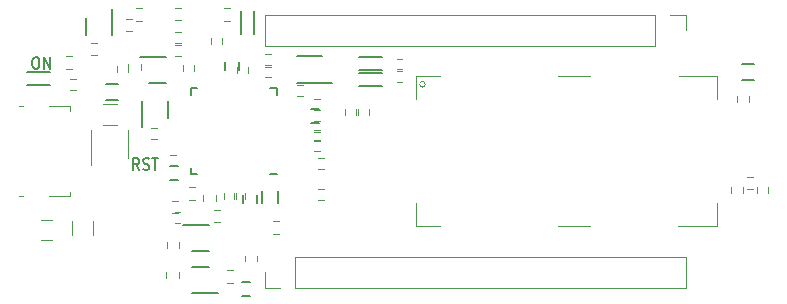
<source format=gto>
G04 #@! TF.GenerationSoftware,KiCad,Pcbnew,5.1.0-060a0da~80~ubuntu16.04.1*
G04 #@! TF.CreationDate,2019-04-04T13:00:51+02:00*
G04 #@! TF.ProjectId,k2,6b322e6b-6963-4616-945f-706362585858,RevPB*
G04 #@! TF.SameCoordinates,Original*
G04 #@! TF.FileFunction,Legend,Top*
G04 #@! TF.FilePolarity,Positive*
%FSLAX46Y46*%
G04 Gerber Fmt 4.6, Leading zero omitted, Abs format (unit mm)*
G04 Created by KiCad (PCBNEW 5.1.0-060a0da~80~ubuntu16.04.1) date 2019-04-04 13:00:51*
%MOMM*%
%LPD*%
G04 APERTURE LIST*
%ADD10C,0.200000*%
%ADD11C,0.150000*%
%ADD12C,0.050000*%
%ADD13C,0.120000*%
G04 APERTURE END LIST*
D10*
X110062857Y-86712380D02*
X110234285Y-86712380D01*
X110320000Y-86760000D01*
X110405714Y-86855238D01*
X110448571Y-87045714D01*
X110448571Y-87379047D01*
X110405714Y-87569523D01*
X110320000Y-87664761D01*
X110234285Y-87712380D01*
X110062857Y-87712380D01*
X109977142Y-87664761D01*
X109891428Y-87569523D01*
X109848571Y-87379047D01*
X109848571Y-87045714D01*
X109891428Y-86855238D01*
X109977142Y-86760000D01*
X110062857Y-86712380D01*
X110834285Y-87712380D02*
X110834285Y-86712380D01*
X111348571Y-87712380D01*
X111348571Y-86712380D01*
X118897142Y-96262380D02*
X118597142Y-95786190D01*
X118382857Y-96262380D02*
X118382857Y-95262380D01*
X118725714Y-95262380D01*
X118811428Y-95310000D01*
X118854285Y-95357619D01*
X118897142Y-95452857D01*
X118897142Y-95595714D01*
X118854285Y-95690952D01*
X118811428Y-95738571D01*
X118725714Y-95786190D01*
X118382857Y-95786190D01*
X119240000Y-96214761D02*
X119368571Y-96262380D01*
X119582857Y-96262380D01*
X119668571Y-96214761D01*
X119711428Y-96167142D01*
X119754285Y-96071904D01*
X119754285Y-95976666D01*
X119711428Y-95881428D01*
X119668571Y-95833809D01*
X119582857Y-95786190D01*
X119411428Y-95738571D01*
X119325714Y-95690952D01*
X119282857Y-95643333D01*
X119240000Y-95548095D01*
X119240000Y-95452857D01*
X119282857Y-95357619D01*
X119325714Y-95310000D01*
X119411428Y-95262380D01*
X119625714Y-95262380D01*
X119754285Y-95310000D01*
X120011428Y-95262380D02*
X120525714Y-95262380D01*
X120268571Y-96262380D02*
X120268571Y-95262380D01*
D11*
X134120000Y-92290000D02*
X133420000Y-92290000D01*
X133420000Y-91090000D02*
X134120000Y-91090000D01*
X127340000Y-87100000D02*
X127340000Y-87800000D01*
X126140000Y-87800000D02*
X126140000Y-87100000D01*
X127650000Y-99050000D02*
X127650000Y-98350000D01*
X128850000Y-98350000D02*
X128850000Y-99050000D01*
X121480000Y-95950000D02*
X122180000Y-95950000D01*
X122180000Y-97150000D02*
X121480000Y-97150000D01*
X128310000Y-106930000D02*
X127610000Y-106930000D01*
X127610000Y-105730000D02*
X128310000Y-105730000D01*
D12*
X142349200Y-90220400D02*
X142349200Y-88290000D01*
X142349200Y-88290000D02*
X144330400Y-88290000D01*
X142349200Y-99034200D02*
X142349200Y-100990000D01*
X142349200Y-100990000D02*
X144355800Y-100990000D01*
X154388800Y-88290000D02*
X157055800Y-88290000D01*
X154388800Y-100990000D02*
X157055800Y-100990000D01*
X167850800Y-100990000D02*
X167850800Y-99034200D01*
X164548800Y-100990000D02*
X167850800Y-100990000D01*
X167850800Y-88290000D02*
X164574200Y-88290000D01*
X167850800Y-90245800D02*
X167850800Y-88290000D01*
X143123566Y-89026600D02*
G75*
G03X143123566Y-89026600I-240966J0D01*
G01*
D13*
X129530000Y-83110000D02*
X129530000Y-85770000D01*
X162610000Y-83110000D02*
X129530000Y-83110000D01*
X162610000Y-85770000D02*
X129530000Y-85770000D01*
X162610000Y-83110000D02*
X162610000Y-85770000D01*
X163880000Y-83110000D02*
X165210000Y-83110000D01*
X165210000Y-83110000D02*
X165210000Y-84440000D01*
X165210000Y-106270000D02*
X165210000Y-103610000D01*
X132130000Y-106270000D02*
X165210000Y-106270000D01*
X132130000Y-103610000D02*
X165210000Y-103610000D01*
X132130000Y-106270000D02*
X132130000Y-103610000D01*
X130860000Y-106270000D02*
X129530000Y-106270000D01*
X129530000Y-106270000D02*
X129530000Y-104940000D01*
X111550000Y-100530000D02*
X110550000Y-100530000D01*
X110550000Y-102230000D02*
X111550000Y-102230000D01*
D11*
X169960000Y-87265000D02*
X170960000Y-87265000D01*
X170960000Y-88615000D02*
X169960000Y-88615000D01*
X117110000Y-90305000D02*
X116110000Y-90305000D01*
X116110000Y-88955000D02*
X117110000Y-88955000D01*
X130655000Y-98070000D02*
X130655000Y-99070000D01*
X129305000Y-99070000D02*
X129305000Y-98070000D01*
D13*
X115000000Y-100610000D02*
X115000000Y-101810000D01*
X113240000Y-101810000D02*
X113240000Y-100610000D01*
X115800000Y-90670000D02*
X117000000Y-90670000D01*
X117000000Y-92430000D02*
X115800000Y-92430000D01*
D11*
X123275000Y-96615000D02*
X123275000Y-96090000D01*
X130525000Y-89365000D02*
X130525000Y-89890000D01*
X123275000Y-89365000D02*
X123275000Y-89890000D01*
X130525000Y-96615000D02*
X130000000Y-96615000D01*
X130525000Y-89365000D02*
X130000000Y-89365000D01*
X123275000Y-89365000D02*
X123800000Y-89365000D01*
X123275000Y-96615000D02*
X123800000Y-96615000D01*
X134385000Y-86645000D02*
X132235000Y-86645000D01*
X135210000Y-88895000D02*
X132235000Y-88895000D01*
D13*
X113070000Y-98500000D02*
X113070000Y-98120000D01*
X109020000Y-98500000D02*
X108760000Y-98500000D01*
X113070000Y-98500000D02*
X111300000Y-98500000D01*
X113070000Y-90880000D02*
X113070000Y-91260000D01*
X111300000Y-90880000D02*
X113070000Y-90880000D01*
X108760000Y-90880000D02*
X109020000Y-90880000D01*
X129550000Y-87520000D02*
X130050000Y-87520000D01*
X130050000Y-86460000D02*
X129550000Y-86460000D01*
X129550000Y-88420000D02*
X130050000Y-88420000D01*
X130050000Y-87360000D02*
X129550000Y-87360000D01*
X130720000Y-100600000D02*
X130220000Y-100600000D01*
X130220000Y-101660000D02*
X130720000Y-101660000D01*
X126070000Y-83660000D02*
X126570000Y-83660000D01*
X126570000Y-82600000D02*
X126070000Y-82600000D01*
X122410000Y-82520000D02*
X121910000Y-82520000D01*
X121910000Y-83580000D02*
X122410000Y-83580000D01*
X121200000Y-104880000D02*
X121200000Y-105380000D01*
X122260000Y-105380000D02*
X122260000Y-104880000D01*
X124340000Y-98380000D02*
X124340000Y-98880000D01*
X125400000Y-98880000D02*
X125400000Y-98380000D01*
X123620000Y-97750000D02*
X123120000Y-97750000D01*
X123120000Y-98810000D02*
X123620000Y-98810000D01*
X121210000Y-102410000D02*
X121210000Y-102910000D01*
X122270000Y-102910000D02*
X122270000Y-102410000D01*
X121690000Y-99950000D02*
X122190000Y-99950000D01*
X122190000Y-98890000D02*
X121690000Y-98890000D01*
X125730000Y-99640000D02*
X125230000Y-99640000D01*
X125230000Y-100700000D02*
X125730000Y-100700000D01*
X128900000Y-104020000D02*
X128900000Y-103520000D01*
X127840000Y-103520000D02*
X127840000Y-104020000D01*
X126360000Y-105810000D02*
X126860000Y-105810000D01*
X126860000Y-104750000D02*
X126360000Y-104750000D01*
X113220000Y-86640000D02*
X112720000Y-86640000D01*
X112720000Y-87700000D02*
X113220000Y-87700000D01*
X117980000Y-87320000D02*
X117980000Y-87820000D01*
X119040000Y-87820000D02*
X119040000Y-87320000D01*
X114790000Y-86570000D02*
X115290000Y-86570000D01*
X115290000Y-85510000D02*
X114790000Y-85510000D01*
X136360000Y-91080000D02*
X136360000Y-91580000D01*
X137420000Y-91580000D02*
X137420000Y-91080000D01*
X138320000Y-91580000D02*
X138320000Y-91080000D01*
X137260000Y-91080000D02*
X137260000Y-91580000D01*
X118660000Y-83620000D02*
X119160000Y-83620000D01*
X119160000Y-82560000D02*
X118660000Y-82560000D01*
X117760000Y-84520000D02*
X118260000Y-84520000D01*
X118260000Y-83460000D02*
X117760000Y-83460000D01*
X122400000Y-84630000D02*
X121900000Y-84630000D01*
X121900000Y-85690000D02*
X122400000Y-85690000D01*
X121900000Y-86590000D02*
X122400000Y-86590000D01*
X122400000Y-85530000D02*
X121900000Y-85530000D01*
X169470000Y-90050000D02*
X169470000Y-90550000D01*
X170530000Y-90550000D02*
X170530000Y-90050000D01*
X141190000Y-86840000D02*
X140690000Y-86840000D01*
X140690000Y-87900000D02*
X141190000Y-87900000D01*
X141190000Y-87740000D02*
X140690000Y-87740000D01*
X140690000Y-88800000D02*
X141190000Y-88800000D01*
X121890000Y-100740000D02*
X122390000Y-100740000D01*
X122390000Y-99800000D02*
X121890000Y-99800000D01*
X121490000Y-95940000D02*
X121990000Y-95940000D01*
X121990000Y-95000000D02*
X121490000Y-95000000D01*
X120390000Y-92750000D02*
X119890000Y-92750000D01*
X119890000Y-93690000D02*
X120390000Y-93690000D01*
X127860000Y-98740000D02*
X127860000Y-98240000D01*
X126920000Y-98240000D02*
X126920000Y-98740000D01*
X127170000Y-87520000D02*
X127170000Y-88020000D01*
X128110000Y-88020000D02*
X128110000Y-87520000D01*
X126120000Y-98240000D02*
X126120000Y-98740000D01*
X127060000Y-98740000D02*
X127060000Y-98240000D01*
X123560000Y-87910000D02*
X123560000Y-87410000D01*
X122620000Y-87410000D02*
X122620000Y-87910000D01*
X134560000Y-95220000D02*
X134060000Y-95220000D01*
X134060000Y-96160000D02*
X134560000Y-96160000D01*
X134530000Y-97870000D02*
X134030000Y-97870000D01*
X134030000Y-98810000D02*
X134530000Y-98810000D01*
X134180000Y-92120000D02*
X133680000Y-92120000D01*
X133680000Y-93060000D02*
X134180000Y-93060000D01*
X134220000Y-90280000D02*
X133720000Y-90280000D01*
X133720000Y-91220000D02*
X134220000Y-91220000D01*
X134180000Y-93720000D02*
X133680000Y-93720000D01*
X133680000Y-94660000D02*
X134180000Y-94660000D01*
X134180000Y-92920000D02*
X133680000Y-92920000D01*
X133680000Y-93860000D02*
X134180000Y-93860000D01*
X125010000Y-85140000D02*
X125010000Y-85640000D01*
X125950000Y-85640000D02*
X125950000Y-85140000D01*
X132760000Y-89080000D02*
X132260000Y-89080000D01*
X132260000Y-90020000D02*
X132760000Y-90020000D01*
X113030000Y-89500000D02*
X113530000Y-89500000D01*
X113530000Y-88560000D02*
X113030000Y-88560000D01*
X117040000Y-87490000D02*
X117040000Y-87990000D01*
X117980000Y-87990000D02*
X117980000Y-87490000D01*
D11*
X127510000Y-82830000D02*
X127510000Y-84730000D01*
X128610000Y-82830000D02*
X128610000Y-84730000D01*
X109410000Y-89110000D02*
X111310000Y-89110000D01*
X109410000Y-88010000D02*
X111310000Y-88010000D01*
X137530000Y-87840000D02*
X139430000Y-87840000D01*
X137530000Y-86740000D02*
X139430000Y-86740000D01*
X137530000Y-89120000D02*
X139430000Y-89120000D01*
X137530000Y-88020000D02*
X139430000Y-88020000D01*
X123355000Y-103090000D02*
X124805000Y-103090000D01*
X122630000Y-100890000D02*
X124805000Y-100890000D01*
X124835000Y-104480000D02*
X123385000Y-104480000D01*
X125560000Y-106680000D02*
X123385000Y-106680000D01*
X119695000Y-88870000D02*
X121145000Y-88870000D01*
X118970000Y-86670000D02*
X121145000Y-86670000D01*
X114390000Y-83385000D02*
X114390000Y-84835000D01*
X116590000Y-82660000D02*
X116590000Y-84835000D01*
X121330000Y-91895000D02*
X121330000Y-90445000D01*
X119130000Y-92620000D02*
X119130000Y-90445000D01*
D13*
X117940000Y-95280000D02*
X117940000Y-92880000D01*
X114840000Y-92880000D02*
X114840000Y-95830000D01*
X169980000Y-98190000D02*
X169980000Y-97690000D01*
X169040000Y-97690000D02*
X169040000Y-98190000D01*
X171180000Y-97690000D02*
X171180000Y-98190000D01*
X172120000Y-98190000D02*
X172120000Y-97690000D01*
X170830000Y-96860000D02*
X170330000Y-96860000D01*
X170330000Y-97920000D02*
X170830000Y-97920000D01*
M02*

</source>
